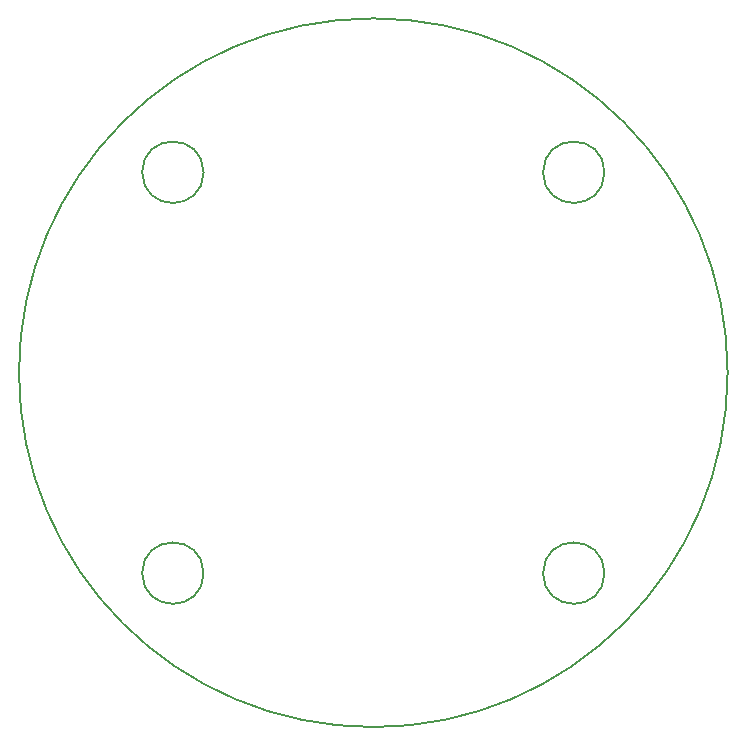
<source format=gbr>
%TF.GenerationSoftware,KiCad,Pcbnew,9.0.6*%
%TF.CreationDate,2026-01-16T14:34:07+00:00*%
%TF.ProjectId,mu,6d752e6b-6963-4616-945f-706362585858,rev?*%
%TF.SameCoordinates,Original*%
%TF.FileFunction,Profile,NP*%
%FSLAX46Y46*%
G04 Gerber Fmt 4.6, Leading zero omitted, Abs format (unit mm)*
G04 Created by KiCad (PCBNEW 9.0.6) date 2026-01-16 14:34:07*
%MOMM*%
%LPD*%
G01*
G04 APERTURE LIST*
%TA.AperFunction,Profile*%
%ADD10C,0.200000*%
%TD*%
G04 APERTURE END LIST*
D10*
X142155939Y-95279650D02*
G75*
G02*
X136955939Y-95279650I-2600000J0D01*
G01*
X136955939Y-95279650D02*
G75*
G02*
X142155939Y-95279650I2600000J0D01*
G01*
X176097065Y-61338524D02*
G75*
G02*
X170897065Y-61338524I-2600000J0D01*
G01*
X170897065Y-61338524D02*
G75*
G02*
X176097065Y-61338524I2600000J0D01*
G01*
X186526502Y-78309087D02*
G75*
G02*
X126526502Y-78309087I-30000000J0D01*
G01*
X126526502Y-78309087D02*
G75*
G02*
X186526502Y-78309087I30000000J0D01*
G01*
X176097065Y-95279650D02*
G75*
G02*
X170897065Y-95279650I-2600000J0D01*
G01*
X170897065Y-95279650D02*
G75*
G02*
X176097065Y-95279650I2600000J0D01*
G01*
X142155939Y-61338524D02*
G75*
G02*
X136955939Y-61338524I-2600000J0D01*
G01*
X136955939Y-61338524D02*
G75*
G02*
X142155939Y-61338524I2600000J0D01*
G01*
M02*

</source>
